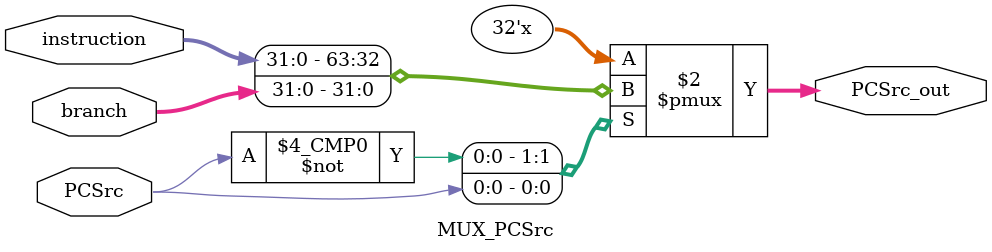
<source format=sv>
module  MUX_PCSrc(
input logic PCSrc,
input logic[31:0] instruction, // from sign extender
input logic[31:0] branch, //from register file RD2
output logic[31:0] PCSrc_out
);

always_comb
begin
	case (PCSrc)
	0 : PCSrc_out = instruction;
	1 : PCSrc_out = branch;
	default : PCSrc_out = instruction;
	endcase
end

endmodule
</source>
